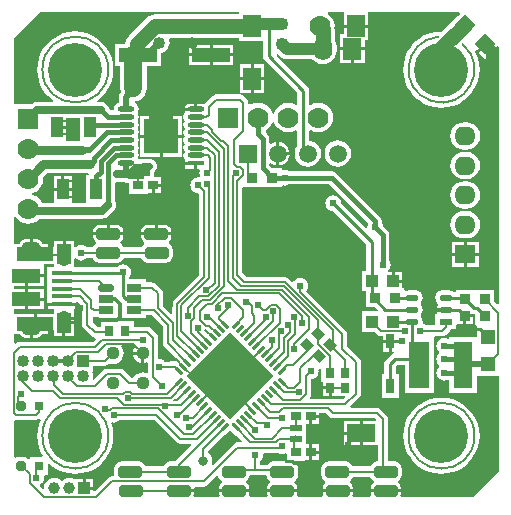
<source format=gtl>
G04 Layer_Physical_Order=1*
G04 Layer_Color=255*
%FSLAX25Y25*%
%MOIN*%
G70*
G01*
G75*
%ADD10C,0.00600*%
%ADD11R,0.06693X0.15748*%
%ADD12R,0.06299X0.15748*%
%ADD13R,0.03000X0.05000*%
%ADD14R,0.03500X0.03500*%
%ADD15R,0.03150X0.03347*%
G04:AMPARAMS|DCode=16|XSize=35.43mil|YSize=29.53mil|CornerRadius=0mil|HoleSize=0mil|Usage=FLASHONLY|Rotation=135.000|XOffset=0mil|YOffset=0mil|HoleType=Round|Shape=Rectangle|*
%AMROTATEDRECTD16*
4,1,4,0.02297,-0.00209,0.00209,-0.02297,-0.02297,0.00209,-0.00209,0.02297,0.02297,-0.00209,0.0*
%
%ADD16ROTATEDRECTD16*%

%ADD17R,0.09449X0.05906*%
%ADD18R,0.04331X0.02362*%
%ADD19R,0.03937X0.06693*%
%ADD20R,0.06000X0.07500*%
G04:AMPARAMS|DCode=21|XSize=78.74mil|YSize=39.37mil|CornerRadius=9.84mil|HoleSize=0mil|Usage=FLASHONLY|Rotation=180.000|XOffset=0mil|YOffset=0mil|HoleType=Round|Shape=RoundedRectangle|*
%AMROUNDEDRECTD21*
21,1,0.07874,0.01969,0,0,180.0*
21,1,0.05906,0.03937,0,0,180.0*
1,1,0.01969,-0.02953,0.00984*
1,1,0.01969,0.02953,0.00984*
1,1,0.01969,0.02953,-0.00984*
1,1,0.01969,-0.02953,-0.00984*
%
%ADD21ROUNDEDRECTD21*%
%ADD22R,0.12500X0.04500*%
%ADD23R,0.04724X0.07087*%
%ADD24R,0.12205X0.04724*%
%ADD25R,0.09449X0.04724*%
%ADD26R,0.06890X0.01575*%
G04:AMPARAMS|DCode=27|XSize=9.84mil|YSize=33.47mil|CornerRadius=2.46mil|HoleSize=0mil|Usage=FLASHONLY|Rotation=225.000|XOffset=0mil|YOffset=0mil|HoleType=Round|Shape=RoundedRectangle|*
%AMROUNDEDRECTD27*
21,1,0.00984,0.02854,0,0,225.0*
21,1,0.00492,0.03347,0,0,225.0*
1,1,0.00492,-0.01183,0.00835*
1,1,0.00492,-0.00835,0.01183*
1,1,0.00492,0.01183,-0.00835*
1,1,0.00492,0.00835,-0.01183*
%
%ADD27ROUNDEDRECTD27*%
G04:AMPARAMS|DCode=28|XSize=9.84mil|YSize=35.43mil|CornerRadius=0mil|HoleSize=0mil|Usage=FLASHONLY|Rotation=225.000|XOffset=0mil|YOffset=0mil|HoleType=Round|Shape=Round|*
%AMOVALD28*
21,1,0.02559,0.00984,0.00000,0.00000,315.0*
1,1,0.00984,-0.00905,0.00905*
1,1,0.00984,0.00905,-0.00905*
%
%ADD28OVALD28*%

G04:AMPARAMS|DCode=29|XSize=9.84mil|YSize=33.47mil|CornerRadius=0mil|HoleSize=0mil|Usage=FLASHONLY|Rotation=225.000|XOffset=0mil|YOffset=0mil|HoleType=Round|Shape=Round|*
%AMOVALD29*
21,1,0.02362,0.00984,0.00000,0.00000,315.0*
1,1,0.00984,-0.00835,0.00835*
1,1,0.00984,0.00835,-0.00835*
%
%ADD29OVALD29*%

G04:AMPARAMS|DCode=30|XSize=9.84mil|YSize=33.47mil|CornerRadius=0mil|HoleSize=0mil|Usage=FLASHONLY|Rotation=135.000|XOffset=0mil|YOffset=0mil|HoleType=Round|Shape=Round|*
%AMOVALD30*
21,1,0.02362,0.00984,0.00000,0.00000,225.0*
1,1,0.00984,0.00835,0.00835*
1,1,0.00984,-0.00835,-0.00835*
%
%ADD30OVALD30*%

G04:AMPARAMS|DCode=31|XSize=9.84mil|YSize=35.43mil|CornerRadius=0mil|HoleSize=0mil|Usage=FLASHONLY|Rotation=135.000|XOffset=0mil|YOffset=0mil|HoleType=Round|Shape=Round|*
%AMOVALD31*
21,1,0.02559,0.00984,0.00000,0.00000,225.0*
1,1,0.00984,0.00905,0.00905*
1,1,0.00984,-0.00905,-0.00905*
%
%ADD31OVALD31*%

%ADD32P,0.28674X4X180.0*%
%ADD33R,0.05118X0.02756*%
G04:AMPARAMS|DCode=34|XSize=27.56mil|YSize=51.18mil|CornerRadius=6.89mil|HoleSize=0mil|Usage=FLASHONLY|Rotation=90.000|XOffset=0mil|YOffset=0mil|HoleType=Round|Shape=RoundedRectangle|*
%AMROUNDEDRECTD34*
21,1,0.02756,0.03740,0,0,90.0*
21,1,0.01378,0.05118,0,0,90.0*
1,1,0.01378,0.01870,0.00689*
1,1,0.01378,0.01870,-0.00689*
1,1,0.01378,-0.01870,-0.00689*
1,1,0.01378,-0.01870,0.00689*
%
%ADD34ROUNDEDRECTD34*%
%ADD35R,0.03150X0.03150*%
G04:AMPARAMS|DCode=36|XSize=31.5mil|YSize=31.5mil|CornerRadius=7.87mil|HoleSize=0mil|Usage=FLASHONLY|Rotation=90.000|XOffset=0mil|YOffset=0mil|HoleType=Round|Shape=RoundedRectangle|*
%AMROUNDEDRECTD36*
21,1,0.03150,0.01575,0,0,90.0*
21,1,0.01575,0.03150,0,0,90.0*
1,1,0.01575,0.00787,0.00787*
1,1,0.01575,0.00787,-0.00787*
1,1,0.01575,-0.00787,-0.00787*
1,1,0.01575,-0.00787,0.00787*
%
%ADD36ROUNDEDRECTD36*%
%ADD37R,0.03347X0.03150*%
%ADD38R,0.05512X0.01772*%
%ADD39O,0.05512X0.01772*%
%ADD40R,0.11811X0.11811*%
%ADD41P,0.07071X4X180.0*%
%ADD42O,0.04331X0.02000*%
%ADD43R,0.04331X0.02000*%
%ADD44R,0.05000X0.05000*%
%ADD45R,0.04000X0.04000*%
%ADD46R,0.02953X0.03543*%
%ADD47R,0.03500X0.03500*%
%ADD48C,0.00700*%
%ADD49C,0.01000*%
%ADD50C,0.01500*%
%ADD51C,0.04000*%
%ADD52C,0.00800*%
%ADD53C,0.02000*%
%ADD54C,0.01600*%
%ADD55C,0.03000*%
%ADD56C,0.02500*%
%ADD57C,0.06000*%
%ADD58C,0.05000*%
%ADD59C,0.08000*%
%ADD60C,0.01200*%
%ADD61C,0.05906*%
%ADD62R,0.05906X0.05906*%
%ADD63O,0.07087X0.06299*%
%ADD64R,0.07087X0.06299*%
%ADD65C,0.04400*%
%ADD66C,0.18000*%
%ADD67O,0.06102X0.03543*%
%ADD68O,0.03740X0.04921*%
%ADD69R,0.07000X0.07000*%
%ADD70C,0.07000*%
%ADD71R,0.07000X0.07000*%
%ADD72R,0.03937X0.03937*%
%ADD73C,0.03937*%
%ADD74R,0.04000X0.04000*%
%ADD75C,0.04000*%
%ADD76O,0.06299X0.07500*%
%ADD77R,0.06299X0.07500*%
%ADD78C,0.07000*%
%ADD79R,0.06000X0.07500*%
%ADD80C,0.02400*%
%ADD81C,0.03200*%
G36*
X54600Y140434D02*
X26500D01*
X25482Y140300D01*
X24533Y139907D01*
X23719Y139281D01*
X17819Y133381D01*
X17193Y132567D01*
X16800Y131618D01*
X16673Y130650D01*
X13250D01*
Y123350D01*
X14962D01*
Y115800D01*
X15113Y114651D01*
X15177Y114498D01*
X14725Y113822D01*
X14539Y112886D01*
Y110973D01*
X14224Y110910D01*
X13468Y110405D01*
X12963Y109649D01*
X12785Y108757D01*
X12526Y108441D01*
X11731D01*
X11097Y109075D01*
X11082Y109192D01*
X10815Y109836D01*
X10390Y110390D01*
X9836Y110815D01*
X9192Y111082D01*
X8500Y111173D01*
X7438D01*
X7302Y111654D01*
X7474Y111760D01*
X8992Y113056D01*
X10288Y114573D01*
X11330Y116274D01*
X12094Y118118D01*
X12560Y120058D01*
X12717Y122047D01*
X12560Y124037D01*
X12094Y125977D01*
X11330Y127821D01*
X10288Y129522D01*
X8992Y131039D01*
X7474Y132335D01*
X5773Y133378D01*
X3930Y134142D01*
X1989Y134607D01*
X0Y134764D01*
X-1989Y134607D01*
X-3930Y134142D01*
X-5773Y133378D01*
X-7474Y132335D01*
X-8992Y131039D01*
X-10288Y129522D01*
X-11330Y127821D01*
X-12094Y125977D01*
X-12560Y124037D01*
X-12717Y122047D01*
X-12560Y120058D01*
X-12094Y118118D01*
X-11330Y116274D01*
X-10288Y114573D01*
X-8992Y113056D01*
X-7474Y111760D01*
X-7302Y111654D01*
X-7438Y111173D01*
X-12800D01*
X-13492Y111082D01*
X-14136Y110815D01*
X-14547Y110500D01*
X-20307D01*
Y132654D01*
X-11787Y141173D01*
X54600D01*
Y140434D01*
D02*
G37*
G36*
X20195Y29840D02*
X20206Y29767D01*
X19705Y29114D01*
X19382Y28335D01*
X19338Y28000D01*
X22500D01*
Y27500D01*
X23000D01*
Y24338D01*
X23335Y24382D01*
X23767Y24561D01*
X23979Y24481D01*
X24235Y24214D01*
X24167Y23870D01*
Y21156D01*
X23751Y20878D01*
X23440Y21007D01*
X22500Y21131D01*
X21560Y21007D01*
X20685Y20645D01*
X19932Y20067D01*
X19355Y19316D01*
X19321Y19233D01*
X18718D01*
X16126Y21826D01*
X15563Y22201D01*
X14900Y22333D01*
X10600D01*
X10600Y22333D01*
X9937Y22201D01*
X9374Y21826D01*
X6136Y18587D01*
X5712Y18871D01*
X5812Y19112D01*
X5929Y20000D01*
X5812Y20888D01*
X5664Y21246D01*
X5900Y21600D01*
X5900D01*
Y23267D01*
X10000D01*
X10663Y23399D01*
X11225Y23774D01*
X11478Y24027D01*
X11560Y23993D01*
X12500Y23869D01*
X13440Y23993D01*
X14315Y24355D01*
X15067Y24933D01*
X15645Y25684D01*
X16007Y26560D01*
X16131Y27500D01*
X16007Y28440D01*
X15645Y29316D01*
X15298Y29767D01*
X15545Y30267D01*
X20028D01*
X20195Y29840D01*
D02*
G37*
G36*
X54600Y131450D02*
X62563D01*
Y126500D01*
X62710Y125759D01*
X63130Y125130D01*
X74063Y114198D01*
Y110391D01*
X73614Y110170D01*
X73471Y110280D01*
X72279Y110774D01*
X71000Y110942D01*
X69721Y110774D01*
X68529Y110280D01*
X67505Y109495D01*
X66720Y108471D01*
X66260Y107361D01*
X66000Y107317D01*
X65740Y107361D01*
X65280Y108471D01*
X64495Y109495D01*
X63471Y110280D01*
X62279Y110774D01*
X61000Y110942D01*
X59721Y110774D01*
X59060Y110500D01*
X57733D01*
Y111000D01*
X57601Y111663D01*
X57226Y112226D01*
X56226Y113226D01*
X55663Y113601D01*
X55000Y113733D01*
X47000D01*
X46337Y113601D01*
X45774Y113226D01*
X43274Y110726D01*
X43196Y110608D01*
X42820Y110533D01*
X42084Y110680D01*
X40714D01*
Y108757D01*
X40214D01*
Y108529D01*
X38344D01*
X37452Y108351D01*
X37311Y108257D01*
X36521D01*
X36568Y108021D01*
X36691Y107837D01*
X36191Y107090D01*
X36013Y106198D01*
X36191Y105306D01*
X36450Y104918D01*
X36191Y104531D01*
X36013Y103639D01*
X36191Y102747D01*
X36450Y102359D01*
X36191Y101971D01*
X36013Y101080D01*
X36191Y100188D01*
X36450Y99800D01*
X36191Y99413D01*
X36013Y98521D01*
X36191Y97629D01*
X36450Y97241D01*
X36191Y96854D01*
X36013Y95962D01*
X36191Y95070D01*
X36450Y94682D01*
X36191Y94294D01*
X36013Y93402D01*
X36191Y92510D01*
X36458Y92110D01*
Y91343D01*
X37311D01*
X37452Y91249D01*
X38344Y91072D01*
X40214D01*
Y90843D01*
X40714D01*
Y88958D01*
X41248D01*
X41582Y88458D01*
X41467Y88179D01*
X41378Y87500D01*
X41467Y86821D01*
X41579Y86550D01*
X41228Y86093D01*
X41000Y86122D01*
X40321Y86033D01*
X39689Y85771D01*
X39146Y85354D01*
X38729Y84811D01*
X38467Y84179D01*
X38378Y83500D01*
X38467Y82821D01*
X38729Y82189D01*
X39146Y81646D01*
X39689Y81229D01*
X40321Y80967D01*
X41000Y80878D01*
X41267Y80431D01*
Y53718D01*
X32774Y45226D01*
X32399Y44663D01*
X32267Y44000D01*
Y40890D01*
X31805Y40699D01*
X29233Y43270D01*
Y47500D01*
X29174Y47797D01*
X29101Y48163D01*
X29101Y48163D01*
X29101Y48163D01*
X28875Y48503D01*
X28726Y48726D01*
X28726Y48726D01*
X28726Y48726D01*
X26886Y50566D01*
X26886Y50566D01*
X26886Y50566D01*
X26570Y50776D01*
X26323Y50941D01*
X26323Y50941D01*
X26323Y50942D01*
X26031Y51000D01*
X25660Y51073D01*
X25660Y51073D01*
X25660Y51073D01*
X23583D01*
Y52118D01*
X17903D01*
Y52709D01*
X18271Y53189D01*
X18533Y53821D01*
X18622Y54500D01*
X18533Y55179D01*
X18271Y55811D01*
X17854Y56354D01*
X17311Y56771D01*
X16679Y57033D01*
X16000Y57122D01*
X15321Y57033D01*
X14689Y56771D01*
X14146Y56354D01*
X13916Y56055D01*
X345D01*
Y56306D01*
X-325D01*
Y58938D01*
X44Y59101D01*
X175Y59123D01*
X689Y58729D01*
X1321Y58467D01*
X2000Y58378D01*
X2679Y58467D01*
X3311Y58729D01*
X3854Y59146D01*
X3908Y59216D01*
X5775D01*
X5801Y59086D01*
X6328Y58297D01*
X7117Y57770D01*
X8047Y57585D01*
X13953D01*
X14883Y57770D01*
X15672Y58297D01*
X16199Y59086D01*
X16225Y59216D01*
X21917D01*
X21943Y59086D01*
X22470Y58297D01*
X23259Y57770D01*
X24189Y57585D01*
X30095D01*
X31025Y57770D01*
X31813Y58297D01*
X32340Y59086D01*
X32526Y60016D01*
Y61984D01*
X32340Y62915D01*
X31813Y63703D01*
X31165Y64137D01*
X31103Y64590D01*
X31130Y64715D01*
X31383Y64884D01*
X31822Y65541D01*
X31976Y66315D01*
Y66799D01*
X22024D01*
Y66315D01*
X22178Y65541D01*
X22617Y64884D01*
X22977Y64643D01*
Y64042D01*
X22470Y63703D01*
X21943Y62915D01*
X21917Y62784D01*
X16225D01*
X16199Y62915D01*
X15672Y63703D01*
X15094Y64090D01*
X15057Y64663D01*
X15059Y64668D01*
X15383Y64884D01*
X15822Y65541D01*
X15976Y66315D01*
Y66799D01*
X6024D01*
Y66315D01*
X6178Y65541D01*
X6617Y64884D01*
X6941Y64668D01*
X6943Y64663D01*
X6906Y64090D01*
X6328Y63703D01*
X5801Y62915D01*
X5775Y62784D01*
X3908D01*
X3854Y62854D01*
X3311Y63271D01*
X2679Y63533D01*
X2000Y63622D01*
X1321Y63533D01*
X689Y63271D01*
X175Y62877D01*
X44Y62899D01*
X-325Y63062D01*
Y64986D01*
X-3187D01*
Y60443D01*
X-4187D01*
Y64986D01*
X-7050D01*
Y63862D01*
X-7256D01*
Y62780D01*
X-9224D01*
Y63862D01*
X-10905D01*
X-11036Y64177D01*
X-11480Y64756D01*
X-12059Y65201D01*
X-12733Y65480D01*
X-13457Y65575D01*
X-14236D01*
Y62780D01*
X-15236D01*
Y65575D01*
X-16016D01*
X-16739Y65480D01*
X-17413Y65201D01*
X-17992Y64756D01*
X-18437Y64177D01*
X-18567Y63862D01*
X-20307D01*
Y72733D01*
X-19807Y72903D01*
X-19195Y72105D01*
X-18171Y71320D01*
X-16979Y70826D01*
X-15700Y70658D01*
X-14421Y70826D01*
X-13229Y71320D01*
X-12205Y72105D01*
X-12035Y72327D01*
X9000D01*
X9692Y72418D01*
X10336Y72685D01*
X10890Y73110D01*
X12890Y75110D01*
X13315Y75664D01*
X13582Y76308D01*
X13673Y77000D01*
X13582Y77692D01*
X13315Y78336D01*
X13192Y78496D01*
Y84216D01*
X13692Y84654D01*
X13900Y84627D01*
X16586D01*
X16954Y84381D01*
X17500Y84273D01*
X17966D01*
Y80525D01*
X24113D01*
Y80925D01*
X25461D01*
Y83500D01*
X25961D01*
Y84000D01*
X28634D01*
Y86075D01*
X26637D01*
X26484Y86203D01*
X26310Y86575D01*
X26326Y86606D01*
X26330Y86674D01*
X26354Y86738D01*
X26348Y86950D01*
X26362Y87161D01*
X26317Y87500D01*
X26358Y87806D01*
X26476Y88091D01*
X26664Y88336D01*
X26678Y88347D01*
X26715Y88390D01*
X26764Y88419D01*
X26898Y88598D01*
X27045Y88766D01*
X27063Y88820D01*
X27097Y88866D01*
X27152Y89082D01*
X27224Y89293D01*
X27220Y89350D01*
X27234Y89405D01*
X27264Y89987D01*
X27259Y90025D01*
X27266Y90061D01*
X27219Y90299D01*
X27184Y90539D01*
X27165Y90571D01*
X27158Y90608D01*
X27023Y90809D01*
X26899Y91017D01*
X26869Y91040D01*
X26848Y91071D01*
X26009Y91909D01*
X25546Y92219D01*
X25000Y92327D01*
X25000Y92327D01*
X24900D01*
X24848Y92317D01*
X24795Y92324D01*
X21313Y92066D01*
X21018Y92497D01*
X21016Y92545D01*
X21187Y93402D01*
X21009Y94294D01*
X20750Y94682D01*
X21009Y95070D01*
X21187Y95962D01*
X21009Y96854D01*
X20750Y97241D01*
X21009Y97629D01*
X21187Y98521D01*
X21009Y99413D01*
X20750Y99800D01*
X21009Y100188D01*
X21187Y101080D01*
X21009Y101971D01*
X20750Y102359D01*
X21009Y102747D01*
X21187Y103639D01*
X21009Y104531D01*
X20750Y104918D01*
X21009Y105306D01*
X21187Y106198D01*
X21009Y107090D01*
X20750Y107477D01*
X21009Y107865D01*
X21187Y108757D01*
X21009Y109649D01*
X20504Y110405D01*
X19756Y110905D01*
X19750Y110938D01*
X19784Y111413D01*
X20549Y111513D01*
X21619Y111957D01*
X22538Y112662D01*
X23243Y113581D01*
X23687Y114651D01*
X23838Y115800D01*
Y123350D01*
X28550D01*
Y127643D01*
X28888Y127688D01*
X29715Y128030D01*
X30425Y128575D01*
X30970Y129285D01*
X31313Y130112D01*
X31429Y131000D01*
X31313Y131888D01*
X31203Y132151D01*
X31481Y132566D01*
X54600D01*
Y131450D01*
D02*
G37*
G36*
X-11504Y5353D02*
X-12094Y3930D01*
X-12560Y1989D01*
X-12717Y0D01*
X-12560Y-1989D01*
X-12094Y-3930D01*
X-11330Y-5773D01*
X-10830Y-6589D01*
X-11075Y-7025D01*
X-15069D01*
Y-7583D01*
X-15569Y-7735D01*
X-15636Y-7636D01*
X-16359Y-7152D01*
X-17213Y-6982D01*
X-18787D01*
X-19641Y-7152D01*
X-19866Y-7302D01*
X-20307Y-7067D01*
Y4965D01*
X-19920Y5282D01*
X-19844Y5267D01*
X-13000D01*
X-12337Y5399D01*
X-11908Y5685D01*
X-11504Y5353D01*
D02*
G37*
G36*
X82025Y22096D02*
Y17887D01*
X82425D01*
Y16539D01*
X85000D01*
Y16039D01*
X85500D01*
Y13366D01*
X89762D01*
X89953Y12904D01*
X89282Y12233D01*
X78338D01*
X78147Y12695D01*
X78226Y12774D01*
X78601Y13337D01*
X78733Y14000D01*
Y18908D01*
X79179Y18967D01*
X79811Y19229D01*
X80354Y19646D01*
X80771Y20189D01*
X81033Y20821D01*
X81122Y21500D01*
X81063Y21955D01*
X81330Y22344D01*
X81536Y22412D01*
X82025Y22096D01*
D02*
G37*
G36*
X1443Y98125D02*
X-2879D01*
X-3243Y98454D01*
Y102300D01*
X-6212D01*
Y103300D01*
X-3243D01*
Y105827D01*
X1443D01*
Y98125D01*
D02*
G37*
G36*
X-7050Y56306D02*
X-9345D01*
Y51931D01*
Y49372D01*
Y46813D01*
Y44254D01*
X-8945D01*
Y44253D01*
X-55D01*
Y44254D01*
X345D01*
Y44596D01*
X845Y44632D01*
X2216Y43261D01*
Y37000D01*
X2352Y36317D01*
X2738Y35738D01*
X5238Y33238D01*
X5238Y33238D01*
X5817Y32851D01*
X6500Y32716D01*
X6500Y32716D01*
X6611D01*
X6803Y32254D01*
X5782Y31233D01*
X-18500D01*
X-19163Y31101D01*
X-19726Y30726D01*
X-19845Y30606D01*
X-20307Y30798D01*
Y33838D01*
X-18443D01*
X-18437Y33823D01*
X-17992Y33244D01*
X-17413Y32799D01*
X-16739Y32520D01*
X-16016Y32425D01*
X-15236D01*
Y35220D01*
X-14236D01*
Y32425D01*
X-13457D01*
X-12733Y32520D01*
X-12059Y32799D01*
X-11480Y33244D01*
X-11036Y33823D01*
X-11029Y33838D01*
X-9224D01*
Y35221D01*
X-7256D01*
Y33838D01*
X-7162D01*
Y33057D01*
X-4300D01*
Y37600D01*
X-3800D01*
Y38100D01*
X-438D01*
Y38657D01*
X-3713D01*
Y39657D01*
X-438D01*
Y42094D01*
X-55D01*
Y43382D01*
X-8945D01*
Y42094D01*
X-7162D01*
Y40562D01*
X-12900D01*
Y37200D01*
X-13900D01*
Y40562D01*
X-20307D01*
Y42095D01*
X-16811D01*
Y45457D01*
Y48819D01*
X-20307D01*
Y49969D01*
X-16811D01*
Y53331D01*
X-16311D01*
Y53831D01*
X-10587D01*
Y56693D01*
X-10587Y56693D01*
X-10587D01*
X-10587Y56693D01*
X-10453Y57138D01*
X-7050D01*
Y56306D01*
D02*
G37*
G36*
X4492Y87096D02*
X4354Y86847D01*
X3543D01*
Y77673D01*
X-677D01*
X-1143Y77754D01*
X-1143Y78173D01*
Y81600D01*
X-7080D01*
Y78173D01*
X-7080Y77754D01*
X-7547Y77673D01*
X-11255D01*
X-11420Y78071D01*
X-12205Y79095D01*
X-13229Y79880D01*
X-14339Y80340D01*
X-14383Y80600D01*
X-14339Y80860D01*
X-13229Y81320D01*
X-12205Y82105D01*
X-11420Y83129D01*
X-10926Y84321D01*
X-10758Y85600D01*
X-10828Y86135D01*
X-9388Y87575D01*
X4186D01*
X4492Y87096D01*
D02*
G37*
G36*
X97688Y70712D02*
X97467Y70179D01*
X97386Y69561D01*
X97211Y69447D01*
X96894Y69346D01*
X88605Y77635D01*
X88533Y78179D01*
X88271Y78811D01*
X87854Y79354D01*
X87311Y79771D01*
X86679Y80033D01*
X86000Y80122D01*
X85321Y80033D01*
X84689Y79771D01*
X84146Y79354D01*
X83729Y78811D01*
X83467Y78179D01*
X83378Y77500D01*
X83467Y76821D01*
X83729Y76189D01*
X84146Y75646D01*
X84689Y75229D01*
X85321Y74967D01*
X85865Y74895D01*
X97063Y63698D01*
Y54900D01*
X95600D01*
Y48100D01*
X96750D01*
Y42850D01*
X99810D01*
X100798Y41862D01*
X100607Y41400D01*
X95600D01*
Y34600D01*
X99805D01*
X100702Y33702D01*
X101298Y33304D01*
X102000Y33165D01*
X102500D01*
Y32000D01*
X105000D01*
Y31500D01*
X105500D01*
Y28000D01*
X106180D01*
X106229Y27500D01*
X105904Y27435D01*
X105276Y27016D01*
X103630Y25370D01*
X103210Y24741D01*
X103063Y24000D01*
Y20400D01*
X102100D01*
Y12600D01*
X107900D01*
Y20400D01*
X106937D01*
Y23198D01*
X107448Y23708D01*
X109923D01*
Y14372D01*
X119416D01*
Y32920D01*
X119856Y33065D01*
X122200D01*
X122902Y33204D01*
X123498Y33602D01*
X124798Y34902D01*
X125196Y35498D01*
X125216Y35600D01*
X127065D01*
Y36785D01*
X127150Y37250D01*
X129400D01*
Y40000D01*
X129900D01*
Y40500D01*
X132824D01*
X132900Y40563D01*
X133198D01*
X133350Y40410D01*
Y36850D01*
X133645D01*
X134000Y36500D01*
Y33331D01*
X133786Y32920D01*
X124687D01*
Y32613D01*
X124547Y32486D01*
X124187Y32323D01*
X123679Y32533D01*
X123000Y32622D01*
X122321Y32533D01*
X121689Y32271D01*
X121146Y31854D01*
X120729Y31311D01*
X120467Y30679D01*
X120378Y30000D01*
X120467Y29321D01*
X120729Y28689D01*
X121146Y28146D01*
X121335Y28000D01*
Y27500D01*
X121146Y27354D01*
X120729Y26811D01*
X120467Y26179D01*
X120378Y25500D01*
X120467Y24821D01*
X120729Y24189D01*
X121146Y23646D01*
X121335Y23500D01*
Y23000D01*
X121146Y22854D01*
X120729Y22311D01*
X120467Y21679D01*
X120378Y21000D01*
X120467Y20321D01*
X120729Y19689D01*
X121146Y19146D01*
X121689Y18729D01*
X122321Y18467D01*
X123000Y18378D01*
X123679Y18467D01*
X124187Y18677D01*
X124547Y18514D01*
X124687Y18387D01*
Y14372D01*
X133786D01*
Y19900D01*
X141173D01*
Y-11687D01*
X132554Y-20307D01*
X108711D01*
X108372Y-19807D01*
X108476Y-19283D01*
Y-18799D01*
X98524D01*
Y-19283D01*
X98628Y-19807D01*
X98289Y-20307D01*
X92711D01*
X92372Y-19807D01*
X92476Y-19283D01*
Y-18799D01*
X82524D01*
Y-19283D01*
X82628Y-19807D01*
X82289Y-20307D01*
X74211D01*
X73872Y-19807D01*
X73976Y-19283D01*
Y-18799D01*
X64024D01*
Y-19283D01*
X64128Y-19807D01*
X63789Y-20307D01*
X58211D01*
X57872Y-19807D01*
X57976Y-19283D01*
Y-18799D01*
X48024D01*
Y-19283D01*
X48128Y-19807D01*
X47789Y-20307D01*
X39711D01*
X39372Y-19807D01*
X39476Y-19283D01*
Y-18799D01*
X34500D01*
Y-17799D01*
X39476D01*
Y-17315D01*
X39753Y-16977D01*
X42756D01*
X43419Y-16845D01*
X43982Y-16470D01*
X47048Y-13403D01*
X47591Y-13568D01*
X47660Y-13915D01*
X48187Y-14703D01*
X48836Y-15137D01*
X48897Y-15590D01*
X48870Y-15715D01*
X48617Y-15884D01*
X48178Y-16541D01*
X48024Y-17315D01*
Y-17799D01*
X57976D01*
Y-17315D01*
X57822Y-16541D01*
X57383Y-15884D01*
X57023Y-15643D01*
Y-15042D01*
X57530Y-14703D01*
X58057Y-13915D01*
X58193Y-13233D01*
X63666D01*
X63801Y-13915D01*
X64328Y-14703D01*
X64906Y-15089D01*
X64943Y-15663D01*
X64941Y-15668D01*
X64617Y-15884D01*
X64178Y-16541D01*
X64024Y-17315D01*
Y-17799D01*
X73976D01*
Y-17315D01*
X73822Y-16541D01*
X73383Y-15884D01*
X73059Y-15668D01*
X73057Y-15663D01*
X73094Y-15089D01*
X73672Y-14703D01*
X74199Y-13915D01*
X74384Y-12984D01*
Y-11016D01*
X74199Y-10086D01*
X73672Y-9297D01*
X73190Y-8975D01*
X73342Y-8475D01*
X76613D01*
Y-8075D01*
X77961D01*
Y-5500D01*
Y-2925D01*
X77065D01*
Y-38D01*
Y3925D01*
X77961D01*
Y6500D01*
X78461D01*
Y7000D01*
X81134D01*
Y7567D01*
X83482D01*
X84774Y6274D01*
X85337Y5899D01*
X86000Y5767D01*
X99782D01*
X100324Y5224D01*
X100117Y4724D01*
X95850D01*
Y772D01*
Y-3181D01*
X100767D01*
Y-8585D01*
X100547D01*
X99617Y-8770D01*
X98828Y-9297D01*
X98301Y-10086D01*
X98265Y-10267D01*
X92593D01*
X92557Y-10086D01*
X92030Y-9297D01*
X91241Y-8770D01*
X90311Y-8585D01*
X84406D01*
X83475Y-8770D01*
X82687Y-9297D01*
X82160Y-10086D01*
X81975Y-11016D01*
Y-12984D01*
X82160Y-13915D01*
X82687Y-14703D01*
X83336Y-15137D01*
X83397Y-15590D01*
X83370Y-15715D01*
X83117Y-15884D01*
X82678Y-16541D01*
X82524Y-17315D01*
Y-17799D01*
X92476D01*
Y-17315D01*
X92322Y-16541D01*
X91883Y-15884D01*
X91523Y-15643D01*
Y-15042D01*
X92030Y-14703D01*
X92557Y-13915D01*
X92593Y-13733D01*
X98265D01*
X98301Y-13915D01*
X98828Y-14703D01*
X99406Y-15089D01*
X99443Y-15663D01*
X99441Y-15668D01*
X99117Y-15884D01*
X98678Y-16541D01*
X98524Y-17315D01*
Y-17799D01*
X108476D01*
Y-17315D01*
X108322Y-16541D01*
X107883Y-15884D01*
X107559Y-15668D01*
X107557Y-15663D01*
X107594Y-15089D01*
X108172Y-14703D01*
X108699Y-13915D01*
X108884Y-12984D01*
Y-11016D01*
X108699Y-10086D01*
X108172Y-9297D01*
X107383Y-8770D01*
X106453Y-8585D01*
X104233D01*
Y5500D01*
X104101Y6163D01*
X103726Y6726D01*
X101726Y8726D01*
X101163Y9101D01*
X100500Y9233D01*
X91892D01*
X91685Y9733D01*
X94726Y12774D01*
X95101Y13337D01*
X95233Y14000D01*
Y24500D01*
X95101Y25163D01*
X94726Y25726D01*
X90733Y29718D01*
Y33758D01*
X90601Y34421D01*
X90226Y34984D01*
X76945Y48264D01*
X77271Y48689D01*
X77533Y49321D01*
X77622Y50000D01*
X77533Y50679D01*
X77271Y51311D01*
X76854Y51854D01*
X76311Y52271D01*
X75679Y52533D01*
X75000Y52622D01*
X74321Y52533D01*
X73689Y52271D01*
X73146Y51854D01*
X72807Y51413D01*
X72240Y51272D01*
X71187Y52326D01*
X70624Y52701D01*
X69961Y52833D01*
X57118D01*
X55733Y54218D01*
Y82398D01*
X55850Y82850D01*
X62150D01*
X62150Y82850D01*
X62450D01*
Y82850D01*
X62650Y82850D01*
X68750D01*
Y83254D01*
X69166Y83531D01*
X69321Y83467D01*
X70000Y83378D01*
X70679Y83467D01*
X71311Y83729D01*
X71414Y83808D01*
X84592D01*
X97688Y70712D01*
D02*
G37*
G36*
X14595Y45165D02*
X15530Y44230D01*
X15665Y44140D01*
Y39082D01*
X23583D01*
Y40126D01*
X25422D01*
X29267Y36282D01*
Y30768D01*
X29399Y30105D01*
X29774Y29543D01*
X33779Y25538D01*
X33754Y24892D01*
X33598Y24756D01*
X33201Y24835D01*
X29869D01*
X29854Y24854D01*
X29311Y25271D01*
X28679Y25533D01*
X28000Y25622D01*
X27733Y25856D01*
Y32500D01*
X27601Y33163D01*
X27226Y33726D01*
X25226Y35726D01*
X24663Y36101D01*
X24000Y36233D01*
X19534D01*
Y38171D01*
X8466D01*
Y36284D01*
X7239D01*
X5784Y37739D01*
Y38918D01*
X6216Y39082D01*
X6217Y39082D01*
Y39082D01*
X6217Y39082D01*
X14135D01*
Y44638D01*
X13735D01*
Y45622D01*
X13812Y45652D01*
X14235Y45705D01*
X14595Y45165D01*
D02*
G37*
G36*
X25839Y90061D02*
X25809Y89479D01*
X25646Y89354D01*
X25229Y88811D01*
X24967Y88179D01*
X24878Y87500D01*
X24947Y86975D01*
X24633Y86475D01*
X22887D01*
Y85700D01*
X17500D01*
Y88500D01*
X19500Y90500D01*
X24900Y90900D01*
X25000D01*
X25839Y90061D01*
D02*
G37*
G36*
X53114Y365D02*
X53658Y1D01*
X53770Y-21D01*
X55554Y-1805D01*
X55363Y-2267D01*
X54000D01*
X53337Y-2399D01*
X52774Y-2774D01*
X45862Y-9687D01*
X45438Y-9403D01*
X45534Y-9172D01*
X45637Y-8389D01*
X45534Y-7605D01*
X45232Y-6876D01*
X44751Y-6249D01*
X44345Y-5937D01*
Y-5218D01*
X49663Y100D01*
X49750Y118D01*
X50376Y536D01*
X51659Y1820D01*
X53114Y365D01*
D02*
G37*
G36*
X128185Y140711D02*
X127418Y139944D01*
X127213Y139787D01*
X121901Y134475D01*
X121709Y134603D01*
X121367Y134671D01*
X121046Y134735D01*
X120890Y134704D01*
X120393Y134657D01*
X120054Y134630D01*
X118111Y134163D01*
X116264Y133398D01*
X114559Y132354D01*
X113039Y131055D01*
X111741Y129535D01*
X110697Y127831D01*
X109932Y125984D01*
X109465Y124040D01*
X109308Y122047D01*
X109465Y120054D01*
X109932Y118111D01*
X110697Y116264D01*
X111741Y114559D01*
X113039Y113039D01*
X114559Y111741D01*
X116264Y110697D01*
X118111Y109932D01*
X120054Y109465D01*
X122047Y109308D01*
X124040Y109465D01*
X125984Y109932D01*
X127831Y110697D01*
X129535Y111741D01*
X131055Y113039D01*
X132354Y114559D01*
X133398Y116264D01*
X134163Y118111D01*
X134630Y120054D01*
X134787Y122047D01*
X134630Y124040D01*
X134163Y125984D01*
X133398Y127831D01*
X133218Y128126D01*
X133613Y128437D01*
X133672Y128379D01*
X136146Y130853D01*
X136500Y130500D01*
X136854Y130853D01*
X139328Y128379D01*
X140711Y129762D01*
X141173Y129570D01*
Y43931D01*
X140711Y43740D01*
X139650Y44801D01*
Y48650D01*
X133350D01*
X133350Y48650D01*
X133050D01*
Y48650D01*
X132850Y48650D01*
X126750D01*
Y47937D01*
X126086D01*
X125602Y48261D01*
X124665Y48447D01*
X122335D01*
X121398Y48261D01*
X120604Y47730D01*
X120074Y46936D01*
X119888Y46000D01*
X120074Y45064D01*
X120604Y44270D01*
X120994Y44010D01*
Y43510D01*
X120893Y43442D01*
X120451Y42780D01*
X120395Y42500D01*
X123500D01*
Y41500D01*
X120395D01*
X120451Y41220D01*
X120664Y40900D01*
X120397Y40400D01*
X119935D01*
Y36735D01*
X116769D01*
X116754Y36754D01*
X116211Y37171D01*
X115771Y37353D01*
X115900Y38000D01*
X115714Y38936D01*
X115212Y39687D01*
X115154Y39849D01*
Y40151D01*
X115212Y40312D01*
X115714Y41064D01*
X115900Y42000D01*
X115714Y42936D01*
X115212Y43687D01*
X115154Y43849D01*
Y44151D01*
X115212Y44313D01*
X115714Y45064D01*
X115900Y46000D01*
X115714Y46936D01*
X115183Y47730D01*
X114389Y48261D01*
X113453Y48447D01*
X111122D01*
X110186Y48261D01*
X110150Y48237D01*
X109650Y48504D01*
Y49150D01*
X109000D01*
Y51000D01*
X106000D01*
Y51500D01*
X105500D01*
Y54500D01*
X104334D01*
X104165Y55000D01*
X104354Y55146D01*
X104771Y55689D01*
X105033Y56321D01*
X105122Y57000D01*
X105033Y57679D01*
X104771Y58311D01*
X104692Y58414D01*
Y66900D01*
X104525Y67739D01*
X104050Y68450D01*
X102565Y69935D01*
X102533Y70179D01*
X102271Y70811D01*
X102192Y70914D01*
Y71500D01*
X102025Y72339D01*
X101550Y73050D01*
X87050Y87550D01*
X86339Y88025D01*
X85500Y88192D01*
X71414D01*
X71311Y88271D01*
X70679Y88533D01*
X70000Y88622D01*
X69321Y88533D01*
X69166Y88469D01*
X68750Y88747D01*
Y89150D01*
X65550D01*
X64692Y90008D01*
Y90607D01*
X65141Y90828D01*
X65507Y90547D01*
X66468Y90149D01*
X67000Y90079D01*
Y94000D01*
Y97921D01*
X66468Y97851D01*
X65507Y97453D01*
X65141Y97172D01*
X64692Y97393D01*
Y99000D01*
X64525Y99839D01*
X64050Y100550D01*
X63436Y101164D01*
X63463Y101590D01*
X63533Y101767D01*
X64495Y102505D01*
X65280Y103529D01*
X65740Y104639D01*
X66000Y104683D01*
X66260Y104639D01*
X66720Y103529D01*
X67505Y102505D01*
X68529Y101720D01*
X69721Y101226D01*
X71000Y101058D01*
X72279Y101226D01*
X73471Y101720D01*
X73614Y101830D01*
X74063Y101609D01*
Y96671D01*
X73698Y96195D01*
X73259Y95136D01*
X73110Y94000D01*
X73259Y92864D01*
X73698Y91805D01*
X74396Y90896D01*
X75305Y90198D01*
X76364Y89759D01*
X77500Y89610D01*
X78636Y89759D01*
X79695Y90198D01*
X80604Y90896D01*
X81302Y91805D01*
X81741Y92864D01*
X81890Y94000D01*
X81741Y95136D01*
X81302Y96195D01*
X80604Y97104D01*
X79695Y97802D01*
X78636Y98241D01*
X77937Y98333D01*
Y101609D01*
X78386Y101830D01*
X78529Y101720D01*
X79721Y101226D01*
X81000Y101058D01*
X82279Y101226D01*
X83471Y101720D01*
X84495Y102505D01*
X85280Y103529D01*
X85774Y104721D01*
X85942Y106000D01*
X85774Y107279D01*
X85280Y108471D01*
X84495Y109495D01*
X83471Y110280D01*
X82279Y110774D01*
X81000Y110942D01*
X79721Y110774D01*
X78529Y110280D01*
X78386Y110170D01*
X77937Y110391D01*
Y115000D01*
X77790Y115741D01*
X77370Y116370D01*
X67205Y126535D01*
X67369Y127077D01*
X67539Y127111D01*
X68075Y126575D01*
X68785Y126030D01*
X69612Y125688D01*
X70500Y125571D01*
X78936D01*
X79255Y125155D01*
X80206Y124425D01*
X81312Y123967D01*
X82500Y123811D01*
X83688Y123967D01*
X84794Y124425D01*
X85745Y125155D01*
X86474Y126105D01*
X86932Y127212D01*
X87089Y128400D01*
Y129600D01*
X86932Y130788D01*
X86474Y131895D01*
X86434Y131948D01*
Y135500D01*
X86372Y135967D01*
X86442Y136500D01*
X86274Y137779D01*
X85780Y138971D01*
X84995Y139995D01*
X84110Y140673D01*
X84280Y141173D01*
X89500D01*
Y137000D01*
X97500D01*
Y141173D01*
X127994D01*
X128185Y140711D01*
D02*
G37*
G36*
X67689Y-5771D02*
X68321Y-6033D01*
X69000Y-6122D01*
X69679Y-6033D01*
X69966Y-5914D01*
X70466Y-6248D01*
Y-8475D01*
X70012Y-8585D01*
X66047D01*
X65117Y-8770D01*
X64328Y-9297D01*
X64014Y-9767D01*
X61733D01*
Y-8447D01*
X61854Y-8354D01*
X62271Y-7811D01*
X62533Y-7179D01*
X62622Y-6500D01*
X62587Y-6233D01*
X63016Y-5733D01*
X67639D01*
X67689Y-5771D01*
D02*
G37*
G36*
X33774Y-2226D02*
X34337Y-2601D01*
X35000Y-2733D01*
X38489D01*
X38681Y-3195D01*
X33291Y-8585D01*
X31547D01*
X30617Y-8770D01*
X29828Y-9297D01*
X29301Y-10086D01*
X29265Y-10267D01*
X23593D01*
X23557Y-10086D01*
X23030Y-9297D01*
X22242Y-8770D01*
X21311Y-8585D01*
X15406D01*
X14475Y-8770D01*
X13687Y-9297D01*
X13160Y-10086D01*
X12975Y-11016D01*
Y-12984D01*
X13002Y-13124D01*
X12685Y-13511D01*
X12256D01*
X12256Y-13511D01*
X11593Y-13643D01*
X11030Y-14018D01*
X6469Y-18580D01*
X5968Y-18373D01*
Y-18000D01*
X3000D01*
Y-17500D01*
X2500D01*
Y-14532D01*
X32D01*
X32Y-14532D01*
X-453Y-14495D01*
X-1121Y-14218D01*
X-2000Y-14102D01*
X-2879Y-14218D01*
X-3699Y-14558D01*
X-4129Y-14887D01*
X-4500Y-15054D01*
X-4871Y-14887D01*
X-5301Y-14558D01*
X-6121Y-14218D01*
X-7000Y-14102D01*
X-7879Y-14218D01*
X-8699Y-14558D01*
X-9402Y-15098D01*
X-9942Y-15801D01*
X-10282Y-16621D01*
X-10391Y-17451D01*
X-10641Y-17620D01*
X-10834Y-17715D01*
X-11787Y-16762D01*
X-11739Y-16521D01*
X-11622Y-16220D01*
X-11146Y-15854D01*
X-10729Y-15311D01*
X-10467Y-14679D01*
X-10378Y-14000D01*
X-10447Y-13475D01*
X-10133Y-12975D01*
X-9120D01*
Y-9540D01*
X-8620Y-9310D01*
X-7474Y-10288D01*
X-5773Y-11330D01*
X-3930Y-12094D01*
X-1989Y-12560D01*
X0Y-12717D01*
X1989Y-12560D01*
X3930Y-12094D01*
X5773Y-11330D01*
X7474Y-10288D01*
X8992Y-8992D01*
X10288Y-7474D01*
X11330Y-5773D01*
X12094Y-3930D01*
X12560Y-1989D01*
X12717Y0D01*
X12560Y1989D01*
X12094Y3930D01*
X12021Y4107D01*
X12418Y4454D01*
X13000Y4378D01*
X13679Y4467D01*
X14311Y4729D01*
X14854Y5146D01*
X14947Y5267D01*
X26282D01*
X33774Y-2226D01*
D02*
G37*
%LPC*%
G36*
X122047Y12717D02*
X120058Y12560D01*
X118118Y12094D01*
X116274Y11330D01*
X114573Y10288D01*
X113056Y8992D01*
X111760Y7474D01*
X110717Y5773D01*
X109953Y3930D01*
X109487Y1989D01*
X109331Y0D01*
X109487Y-1989D01*
X109953Y-3930D01*
X110717Y-5773D01*
X111760Y-7474D01*
X113056Y-8992D01*
X114573Y-10288D01*
X116274Y-11330D01*
X118118Y-12094D01*
X120058Y-12560D01*
X122047Y-12717D01*
X124037Y-12560D01*
X125977Y-12094D01*
X127821Y-11330D01*
X129522Y-10288D01*
X131039Y-8992D01*
X132335Y-7474D01*
X133378Y-5773D01*
X134142Y-3930D01*
X134607Y-1989D01*
X134764Y0D01*
X134607Y1989D01*
X134142Y3930D01*
X133378Y5773D01*
X132335Y7474D01*
X131039Y8992D01*
X129522Y10288D01*
X127821Y11330D01*
X125977Y12094D01*
X124037Y12560D01*
X122047Y12717D01*
D02*
G37*
G36*
X129500Y60000D02*
X125457D01*
Y56350D01*
X129500D01*
Y60000D01*
D02*
G37*
G36*
X109000Y54500D02*
X106500D01*
Y52000D01*
X109000D01*
Y54500D01*
D02*
G37*
G36*
X-10587Y52831D02*
X-15811D01*
Y49969D01*
X-10587D01*
Y52831D01*
D02*
G37*
G36*
X134543Y64650D02*
X130500D01*
Y61000D01*
X134543D01*
Y64650D01*
D02*
G37*
G36*
X130394Y74931D02*
X129606D01*
X128419Y74775D01*
X127312Y74317D01*
X126362Y73587D01*
X125632Y72637D01*
X125174Y71530D01*
X125017Y70342D01*
X125174Y69155D01*
X125632Y68048D01*
X126362Y67098D01*
X127312Y66368D01*
X128419Y65910D01*
X129606Y65754D01*
X130394D01*
X131581Y65910D01*
X132688Y66368D01*
X133639Y67098D01*
X134368Y68048D01*
X134826Y69155D01*
X134983Y70342D01*
X134826Y71530D01*
X134368Y72637D01*
X133639Y73587D01*
X132688Y74317D01*
X131581Y74775D01*
X130394Y74931D01*
D02*
G37*
G36*
X10500Y70307D02*
X8047D01*
X7273Y70153D01*
X6617Y69714D01*
X6178Y69058D01*
X6024Y68283D01*
Y67799D01*
X10500D01*
Y70307D01*
D02*
G37*
G36*
X134543Y60000D02*
X130500D01*
Y56350D01*
X134543D01*
Y60000D01*
D02*
G37*
G36*
X5968Y-14532D02*
X3500D01*
Y-17000D01*
X5968D01*
Y-14532D01*
D02*
G37*
G36*
X129500Y64650D02*
X125457D01*
Y61000D01*
X129500D01*
Y64650D01*
D02*
G37*
G36*
X94850Y272D02*
X89626D01*
Y-3181D01*
X94850D01*
Y272D01*
D02*
G37*
G36*
X81134Y-2925D02*
X78961D01*
Y-5000D01*
X81134D01*
Y-2925D01*
D02*
G37*
G36*
X22000Y27000D02*
X19338D01*
X19382Y26665D01*
X19705Y25886D01*
X20218Y25218D01*
X20886Y24705D01*
X21665Y24382D01*
X22000Y24338D01*
Y27000D01*
D02*
G37*
G36*
X81134Y6000D02*
X78961D01*
Y3925D01*
X81134D01*
Y6000D01*
D02*
G37*
G36*
X94850Y4724D02*
X89626D01*
Y1272D01*
X94850D01*
Y4724D01*
D02*
G37*
G36*
X84500Y15539D02*
X82425D01*
Y13366D01*
X84500D01*
Y15539D01*
D02*
G37*
G36*
X132650Y39500D02*
X130400D01*
Y37250D01*
X132650D01*
Y39500D01*
D02*
G37*
G36*
X-10587Y44957D02*
X-15811D01*
Y42095D01*
X-10587D01*
Y44957D01*
D02*
G37*
G36*
Y48819D02*
X-15811D01*
Y45957D01*
X-10587D01*
Y48819D01*
D02*
G37*
G36*
X81134Y-6000D02*
X78961D01*
Y-8075D01*
X81134D01*
Y-6000D01*
D02*
G37*
G36*
X104500Y31000D02*
X102500D01*
Y28000D01*
X104500D01*
Y31000D01*
D02*
G37*
G36*
X-438Y37100D02*
X-3300D01*
Y33057D01*
X-438D01*
Y37100D01*
D02*
G37*
G36*
X63000Y118500D02*
X59500D01*
Y114250D01*
X63000D01*
Y118500D01*
D02*
G37*
G36*
X58500Y123750D02*
X55000D01*
Y119500D01*
X58500D01*
Y123750D01*
D02*
G37*
G36*
X63000D02*
X59500D01*
Y119500D01*
X63000D01*
Y123750D01*
D02*
G37*
G36*
X58500Y118500D02*
X55000D01*
Y114250D01*
X58500D01*
Y118500D01*
D02*
G37*
G36*
X28100Y106705D02*
X21695D01*
Y100300D01*
X28100D01*
Y106705D01*
D02*
G37*
G36*
X35506D02*
X29100D01*
Y100300D01*
X35506D01*
Y106705D01*
D02*
G37*
G36*
X39714Y110680D02*
X38344D01*
X37608Y110533D01*
X36985Y110116D01*
X36568Y109493D01*
X36521Y109257D01*
X39714D01*
Y110680D01*
D02*
G37*
G36*
X44800Y126443D02*
X38050D01*
Y123693D01*
X44800D01*
Y126443D01*
D02*
G37*
G36*
Y130193D02*
X38050D01*
Y127443D01*
X44800D01*
Y130193D01*
D02*
G37*
G36*
X52550D02*
X45800D01*
Y127443D01*
X52550D01*
Y130193D01*
D02*
G37*
G36*
X97500Y136000D02*
X89500D01*
Y133750D01*
X88193D01*
Y129500D01*
X96492D01*
Y131750D01*
X97500D01*
Y136000D01*
D02*
G37*
G36*
X136500Y129793D02*
X134379Y127672D01*
X136500Y125550D01*
X138621Y127672D01*
X136500Y129793D01*
D02*
G37*
G36*
X52550Y126443D02*
X45800D01*
Y123693D01*
X52550D01*
Y126443D01*
D02*
G37*
G36*
X91843Y128500D02*
X88193D01*
Y124250D01*
X91843D01*
Y128500D01*
D02*
G37*
G36*
X96492D02*
X92843D01*
Y124250D01*
X96492D01*
Y128500D01*
D02*
G37*
G36*
X28634Y83000D02*
X26461D01*
Y80925D01*
X28634D01*
Y83000D01*
D02*
G37*
G36*
X-4612Y86446D02*
X-7080D01*
Y82600D01*
X-4612D01*
Y86446D01*
D02*
G37*
G36*
X-1143D02*
X-3612D01*
Y82600D01*
X-1143D01*
Y86446D01*
D02*
G37*
G36*
X130394Y84774D02*
X129606D01*
X128419Y84618D01*
X127312Y84159D01*
X126362Y83430D01*
X125632Y82480D01*
X125174Y81373D01*
X125017Y80185D01*
X125174Y78997D01*
X125632Y77891D01*
X126362Y76940D01*
X127312Y76211D01*
X128419Y75753D01*
X129606Y75596D01*
X130394D01*
X131581Y75753D01*
X132688Y76211D01*
X133639Y76940D01*
X134368Y77891D01*
X134826Y78997D01*
X134983Y80185D01*
X134826Y81373D01*
X134368Y82480D01*
X133639Y83430D01*
X132688Y84159D01*
X131581Y84618D01*
X130394Y84774D01*
D02*
G37*
G36*
X13953Y70307D02*
X11500D01*
Y67799D01*
X15976D01*
Y68283D01*
X15822Y69058D01*
X15383Y69714D01*
X14727Y70153D01*
X13953Y70307D01*
D02*
G37*
G36*
X26500D02*
X24047D01*
X23273Y70153D01*
X22617Y69714D01*
X22178Y69058D01*
X22024Y68283D01*
Y67799D01*
X26500D01*
Y70307D01*
D02*
G37*
G36*
X29953D02*
X27500D01*
Y67799D01*
X31976D01*
Y68283D01*
X31822Y69058D01*
X31383Y69714D01*
X30727Y70153D01*
X29953Y70307D01*
D02*
G37*
G36*
X130394Y94616D02*
X129606D01*
X128419Y94460D01*
X127312Y94002D01*
X126362Y93272D01*
X125632Y92322D01*
X125174Y91215D01*
X125017Y90028D01*
X125174Y88840D01*
X125632Y87733D01*
X126362Y86783D01*
X127312Y86054D01*
X128419Y85595D01*
X129606Y85439D01*
X130394D01*
X131581Y85595D01*
X132688Y86054D01*
X133639Y86783D01*
X134368Y87733D01*
X134826Y88840D01*
X134983Y90028D01*
X134826Y91215D01*
X134368Y92322D01*
X133639Y93272D01*
X132688Y94002D01*
X131581Y94460D01*
X130394Y94616D01*
D02*
G37*
G36*
X35506Y99300D02*
X29100D01*
Y92895D01*
X35506D01*
Y99300D01*
D02*
G37*
G36*
X68000Y97921D02*
Y94500D01*
X71421D01*
X71351Y95032D01*
X70953Y95993D01*
X70319Y96819D01*
X69493Y97453D01*
X68532Y97851D01*
X68000Y97921D01*
D02*
G37*
G36*
X130394Y104459D02*
X129606D01*
X128419Y104303D01*
X127312Y103844D01*
X126362Y103115D01*
X125632Y102164D01*
X125174Y101058D01*
X125017Y99870D01*
X125174Y98682D01*
X125632Y97576D01*
X126362Y96625D01*
X127312Y95896D01*
X128419Y95438D01*
X129606Y95281D01*
X130394D01*
X131581Y95438D01*
X132688Y95896D01*
X133639Y96625D01*
X134368Y97576D01*
X134826Y98682D01*
X134983Y99870D01*
X134826Y101058D01*
X134368Y102164D01*
X133639Y103115D01*
X132688Y103844D01*
X131581Y104303D01*
X130394Y104459D01*
D02*
G37*
G36*
X28100Y99300D02*
X21695D01*
Y92895D01*
X28100D01*
Y99300D01*
D02*
G37*
G36*
X39714Y90343D02*
X36458D01*
Y88958D01*
X39714D01*
Y90343D01*
D02*
G37*
G36*
X87500Y98390D02*
X86364Y98241D01*
X85305Y97802D01*
X84396Y97104D01*
X83698Y96195D01*
X83259Y95136D01*
X83110Y94000D01*
X83259Y92864D01*
X83698Y91805D01*
X84396Y90896D01*
X85305Y90198D01*
X86364Y89759D01*
X87500Y89610D01*
X88636Y89759D01*
X89695Y90198D01*
X90604Y90896D01*
X91302Y91805D01*
X91741Y92864D01*
X91890Y94000D01*
X91741Y95136D01*
X91302Y96195D01*
X90604Y97104D01*
X89695Y97802D01*
X88636Y98241D01*
X87500Y98390D01*
D02*
G37*
G36*
X71421Y93500D02*
X68000D01*
Y90079D01*
X68532Y90149D01*
X69493Y90547D01*
X70319Y91181D01*
X70953Y92007D01*
X71351Y92968D01*
X71421Y93500D01*
D02*
G37*
%LPD*%
D10*
X10977Y122047D02*
G03*
X10977Y122047I-10977J0D01*
G01*
X121046Y133002D02*
G03*
X129129Y130465I1002J-10954D01*
G01*
X133025Y0D02*
G03*
X133025Y0I-10977J0D01*
G01*
X10977D02*
G03*
X10977Y0I-10977J0D01*
G01*
X18500Y-18299D02*
X34500D01*
X32756Y11756D02*
X33812D01*
X-20500Y7656D02*
Y27500D01*
Y7656D02*
X-19844Y7000D01*
X2500Y25000D02*
X10000D01*
X2000D02*
X2500D01*
X14900Y20600D02*
X18000Y17500D01*
X6500Y16500D02*
X10600Y20600D01*
X14900D01*
X500Y16500D02*
X6500D01*
X24000Y34500D02*
X26000Y32500D01*
X17657Y34500D02*
X24000D01*
X16657Y33500D02*
X17657Y34500D01*
X26000Y23970D02*
Y32500D01*
X-13000Y7000D02*
X-12094Y7905D01*
X-19844Y7000D02*
X-13000D01*
X-12094Y7905D02*
Y10000D01*
X-4000Y14000D02*
X16030D01*
X-7000Y17000D02*
X-4000Y14000D01*
X-8000Y20000D02*
X-7000Y19000D01*
Y17000D02*
Y19000D01*
X-19000Y13000D02*
X-18000Y14000D01*
X26140Y41860D02*
X31000Y37000D01*
Y30768D02*
Y37000D01*
Y30768D02*
X37389Y24380D01*
X19624Y41860D02*
X26140D01*
X32500Y32052D02*
X38781Y25772D01*
X32500Y32052D02*
Y37552D01*
X27500Y42552D02*
X32500Y37552D01*
X34000Y33336D02*
X40172Y27164D01*
X34000Y33336D02*
Y44000D01*
X47000Y42000D02*
Y43128D01*
X41500Y38500D02*
X43428Y36572D01*
X44684D01*
X47132Y34123D01*
X51000Y42500D02*
Y43500D01*
X52000Y46000D02*
X56000Y42000D01*
X49872Y46000D02*
X52000D01*
X47000Y43128D02*
X49872Y46000D01*
X41500Y38500D02*
Y41500D01*
X44000Y44000D01*
X68000Y-4000D02*
X69000Y-3000D01*
X69539Y14500D02*
X74500D01*
X75000Y18000D02*
Y22500D01*
X73000Y16000D02*
X75000Y18000D01*
X70823Y16000D02*
X73000D01*
X68777Y18047D02*
X70823Y16000D01*
X75000Y12000D02*
X77000Y14000D01*
X69256Y12000D02*
X75000D01*
X65923Y15332D02*
X69256Y12000D01*
X65188Y10500D02*
X90000D01*
X69300Y9300D02*
X84200D01*
X68000Y8000D02*
X69300Y9300D01*
X63140Y12548D02*
X65188Y10500D01*
X77000Y14000D02*
Y20000D01*
X84200Y9300D02*
X86000Y7500D01*
X60000Y-11500D02*
Y-6500D01*
X12256Y-15244D02*
X42756D01*
X7000Y-20500D02*
X12256Y-15244D01*
X-10500Y-20500D02*
X7000D01*
X-15100Y-15900D02*
X-10500Y-20500D01*
X-15100Y-15900D02*
Y-12900D01*
X-18000Y-10000D02*
X-15100Y-12900D01*
X25900Y19600D02*
X29000Y16500D01*
X25900Y19600D02*
Y23870D01*
X26000Y23970D01*
X57244Y44756D02*
X58756Y43244D01*
X39192Y6000D02*
X42956Y9764D01*
X37000Y6000D02*
X39192D01*
X56000Y39511D02*
Y42000D01*
X53465Y36977D02*
X56000Y39511D01*
X48000Y39500D02*
X51000Y42500D01*
X48000Y38823D02*
Y39500D01*
X56400Y51100D02*
X69961D01*
X54000Y53500D02*
X56400Y51100D01*
X52500Y52500D02*
X55100Y49900D01*
X51000Y51500D02*
X53800Y48700D01*
X45500Y44000D02*
X49000Y47500D01*
X49544Y49741D02*
Y95456D01*
X45003Y45200D02*
X49544Y49741D01*
X48000Y50000D02*
Y94500D01*
X44400Y46400D02*
X48000Y50000D01*
X46500Y51000D02*
Y93500D01*
X44000Y48500D02*
X46500Y51000D01*
X42200Y45200D02*
X45003D01*
X44000Y44000D02*
X45500D01*
X41400Y46400D02*
X44400D01*
X39600Y42600D02*
X42200Y45200D01*
X39600Y39130D02*
Y42600D01*
X37500Y42500D02*
X41400Y46400D01*
X37500Y40000D02*
Y42500D01*
X48000Y38823D02*
X49847Y36977D01*
X38700Y38230D02*
X39600Y39130D01*
X38700Y34204D02*
Y38230D01*
X44500Y52500D02*
Y84000D01*
X35400Y43400D02*
X44500Y52500D01*
X35400Y34720D02*
Y43400D01*
X43000Y53000D02*
Y81500D01*
X34000Y44000D02*
X43000Y53000D01*
X10000Y25000D02*
X12500Y27500D01*
X18970Y14000D02*
X30489D01*
X18370Y14600D02*
X18970Y14000D01*
X16630Y14600D02*
X18370D01*
X16030Y14000D02*
X16630Y14600D01*
X18000Y17500D02*
X22500D01*
X27541Y9100D02*
X36141Y500D01*
X12130Y9100D02*
X27541D01*
X11530Y8500D02*
X12130Y9100D01*
X10500Y8500D02*
X11530D01*
X9500Y9500D02*
X10500Y8500D01*
X27000Y7000D02*
X35000Y-1000D01*
X67315Y16724D02*
X69539Y14500D01*
X65500Y29524D02*
Y32000D01*
X63140Y27164D02*
X65500Y29524D01*
X35997Y22988D02*
X39129Y19856D01*
X42611Y-8389D02*
Y-4500D01*
X49847Y2735D01*
X38976Y3000D02*
X44348Y8372D01*
X17500Y12500D02*
X31773D01*
X35997Y16724D01*
X33812Y11756D02*
X37389Y15332D01*
X43100Y35372D02*
X45740Y32731D01*
X44500Y39539D02*
X48524Y35515D01*
X58756Y40744D02*
Y43244D01*
Y40744D02*
X59500Y40000D01*
X-19000Y11000D02*
Y13000D01*
Y11000D02*
X-18000Y10000D01*
X-13000Y-14000D02*
Y-10906D01*
X70900Y31400D02*
X73256Y33756D01*
X66000Y38376D02*
Y39894D01*
X58964Y31340D02*
X66000Y38376D01*
X68100Y37692D02*
Y42370D01*
X60356Y29948D02*
X68100Y37692D01*
X66870Y43600D02*
X68100Y42370D01*
X63530Y42000D02*
X65130Y43600D01*
X62500Y42000D02*
X63530D01*
X65130Y43600D02*
X66870D01*
X66000Y39894D02*
Y41500D01*
X71512Y34512D02*
Y37000D01*
X69500Y32500D02*
X71512Y34512D01*
X69500Y27956D02*
Y32500D01*
X70900Y26573D02*
Y31400D01*
X73000Y29000D02*
Y30500D01*
X64531Y25772D02*
X68000Y29240D01*
X65923Y24380D02*
X69500Y27956D01*
X67315Y22988D02*
X70900Y26573D01*
X65923Y24380D02*
X66047D01*
X65923D02*
X65923D01*
X65923Y24380D02*
X65923Y24380D01*
X41000Y83500D02*
X43000Y81500D01*
X35400Y34720D02*
X41564Y28556D01*
X64904Y8000D02*
X68000D01*
X61748Y11156D02*
X64904Y8000D01*
X66000Y-2244D02*
X66756D01*
X61244D02*
X66756D01*
X61200Y-2200D02*
X61244Y-2244D01*
X64500Y-1000D02*
X65500D01*
X77000Y20000D02*
X78500Y21500D01*
X78000Y29000D02*
Y29500D01*
X72500Y23500D02*
X78000Y29000D01*
X70611Y23500D02*
X72500D01*
X79121Y26621D02*
X81121D01*
X75000Y22500D02*
X79121Y26621D01*
X65923Y15332D02*
X66195D01*
X65923D02*
X65923D01*
X65923Y15332D02*
X65923Y15332D01*
X68777Y21665D02*
X70611Y23500D01*
X84879Y30379D02*
X86000Y31500D01*
X61000Y43500D02*
X62500Y42000D01*
X84879Y30379D02*
X90000Y25258D01*
Y20961D02*
Y25258D01*
X85000Y20961D02*
Y26500D01*
X80879Y30621D02*
X85000Y26500D01*
X80879Y30621D02*
Y33879D01*
X54000Y53500D02*
Y85000D01*
X56000Y87000D01*
Y88500D01*
X54900Y89600D02*
X56000Y88500D01*
X53900Y89600D02*
X54900D01*
X53000Y90500D02*
X53900Y89600D01*
X53000Y90500D02*
Y98500D01*
X56000Y101500D02*
Y111000D01*
X55000Y112000D02*
X56000Y111000D01*
X47000Y112000D02*
X55000D01*
X44500Y109500D02*
X47000Y112000D01*
X53000Y98500D02*
X56000Y101500D01*
X49215Y98285D02*
X51000Y96500D01*
X48465Y98285D02*
X49215D01*
X43861Y103639D02*
X45646Y101854D01*
Y101104D02*
Y101854D01*
X52500Y86500D02*
X53500Y87500D01*
X44000D02*
X45000Y88500D01*
Y92500D01*
X52500Y52500D02*
Y86500D01*
X57500Y86000D02*
Y94000D01*
X41000Y34688D02*
Y36000D01*
Y34688D02*
X44348Y31340D01*
X38700Y34204D02*
X42956Y29948D01*
X102500Y-11500D02*
Y5500D01*
X100500Y7500D02*
X102500Y5500D01*
X86000Y7500D02*
X100500D01*
X51358Y-11500D02*
X67500D01*
X33000D02*
X34500D01*
Y-9827D01*
Y-12000D02*
Y-11500D01*
X51000Y51500D02*
Y96500D01*
X45646Y101104D02*
X48465Y98285D01*
X43920Y101080D02*
X49544Y95456D01*
X43979Y98521D02*
X48000Y94500D01*
X44038Y95962D02*
X46500Y93500D01*
X44500Y107000D02*
Y109500D01*
X43698Y106198D02*
X44500Y107000D01*
X40214Y106198D02*
X43698D01*
X40214Y103639D02*
X43861D01*
X40214Y101080D02*
X43920D01*
X40214Y98521D02*
X43979D01*
X40214Y95962D02*
X44038D01*
X44098Y93402D02*
X45000Y92500D01*
X40214Y93402D02*
X44098D01*
X35000Y-1000D02*
X40544D01*
X36141Y500D02*
X39260D01*
X40544Y-1000D02*
X47132Y5589D01*
X39260Y500D02*
X45740Y6981D01*
X63500Y39500D02*
X64340D01*
X57572Y32731D02*
X64340Y39500D01*
X59500Y37500D02*
Y40000D01*
X30489Y14000D02*
X34535Y18047D01*
X73039Y-461D02*
X73500Y0D01*
X73039Y-5500D02*
Y-1461D01*
X73500Y2543D02*
Y6461D01*
X68000Y-1000D02*
X73500D01*
X66756Y-2244D02*
X68000Y-1000D01*
X69043Y2543D02*
X73500D01*
X65500Y-1000D02*
X69043Y2543D01*
X59985Y-1000D02*
X64500D01*
X-3000Y20000D02*
X500Y16500D01*
X34000Y7000D02*
X34624D01*
X40172Y12548D01*
X33201Y23000D02*
X34535Y21665D01*
X57572Y6981D02*
X60452Y4100D01*
X60000Y1500D02*
Y2000D01*
X59768D02*
X60000D01*
X56180Y5589D02*
X59768Y2000D01*
X58400Y-2200D02*
X61200D01*
X53465Y2735D02*
X58400Y-2200D01*
X54788Y4197D02*
X59985Y-1000D01*
X56180Y34180D02*
X59500Y37500D01*
X56180Y34123D02*
Y34180D01*
X19256Y127000D02*
Y127144D01*
X5312Y101800D02*
Y101856D01*
X19256Y127144D02*
Y127300D01*
X27500Y42552D02*
Y47500D01*
X25660Y49340D02*
X27500Y47500D01*
X19624Y49340D02*
X25660D01*
X18358Y-12000D02*
X34500D01*
X88358D02*
X104500D01*
X19100Y127300D02*
X19256D01*
X21039Y83500D02*
Y86217D01*
X19956Y87300D02*
X21039Y86217D01*
X34500Y-9827D02*
X48524Y4197D01*
X19700Y87300D02*
X19956D01*
X16856Y127000D02*
X19256D01*
X19400D01*
X20900D01*
X48443Y126943D02*
X49300Y127800D01*
X53048Y19856D02*
X61748Y28556D01*
X51656Y15680D02*
Y19856D01*
X49456Y22056D02*
X51656Y19856D01*
X53048D01*
X58056Y9056D02*
X58280D01*
X58964Y8372D01*
X41564Y11156D02*
X45000Y14500D01*
X-4112Y80756D02*
Y82100D01*
X11000Y67299D02*
X27000D01*
X30500Y25500D02*
X33485D01*
X35997Y22988D01*
X-3687Y60356D02*
Y60443D01*
X-3713Y60356D02*
X-3687D01*
X-13400Y60500D02*
X-4752Y60356D01*
X-3713Y60339D01*
X-3689Y60338D02*
X-3688D01*
X-3713Y58843D02*
X-3688Y60338D01*
X-3713Y60339D02*
Y60356D01*
Y60339D02*
X-3689Y60338D01*
X-14736Y62780D02*
X-11544D01*
X-16644Y60356D02*
X-16344D01*
Y53331D02*
X-16311D01*
Y45457D02*
X-14844D01*
X-3713Y38343D02*
Y39157D01*
X-3800Y38256D02*
X-3713Y38343D01*
X-3800Y37600D02*
Y38256D01*
X-15988Y34444D02*
Y37200D01*
X-14844D01*
X63140Y27164D02*
X63164D01*
X13000Y7000D02*
X27000D01*
X136500Y45500D02*
X141000Y41000D01*
Y27300D02*
Y41000D01*
X137500Y23800D02*
X141000Y27300D01*
X89000Y29000D02*
X93500Y24500D01*
X90000Y10500D02*
X93500Y14000D01*
Y24500D01*
X-6212Y101212D02*
X-5500Y100500D01*
X-6212Y101212D02*
Y102800D01*
Y103356D01*
X-5500Y100500D02*
X-2000D01*
X-6212Y102800D02*
X-4012Y105000D01*
X-2000D01*
X-4112Y82100D02*
X-2500Y80488D01*
Y79500D02*
Y80488D01*
Y79500D02*
X-700D01*
X-100Y78900D01*
X-4112Y82100D02*
X-3000Y83212D01*
X-2000Y85000D02*
X0D01*
X-4112Y82888D02*
X-2000Y85000D01*
X-4112Y82100D02*
Y82888D01*
X51656Y15680D02*
X58280Y9056D01*
X42756Y-15244D02*
X54000Y-4000D01*
X68000D01*
Y29240D02*
Y35000D01*
X68500D01*
X71000Y37000D02*
X71512D01*
X80879Y33879D02*
Y38485D01*
X86000Y31500D02*
Y35061D01*
X89000Y29000D02*
Y33758D01*
X73000Y30500D02*
X78000Y35500D01*
Y39667D01*
X73000Y39500D02*
X73012D01*
X73256Y33756D02*
Y39744D01*
X73012Y39500D02*
X73256Y39744D01*
X75500Y38500D02*
Y40000D01*
X75000Y47758D02*
X89000Y33758D01*
X75000Y47758D02*
Y49433D01*
X69961Y51100D02*
X86000Y35061D01*
X55100Y49900D02*
X69464D01*
X80879Y38485D01*
X53800Y48700D02*
X68967D01*
X78000Y39667D01*
X49000Y47500D02*
X68000D01*
X75500Y40000D01*
X60452Y4100D02*
X63900D01*
X60356Y9764D02*
X64120Y6000D01*
X68500D01*
X63900Y4100D02*
X64000Y4000D01*
Y3500D02*
Y4000D01*
X-20500Y27500D02*
X-18500Y29500D01*
X6500D01*
X9000Y32000D01*
X22500D01*
D11*
X114669Y23646D02*
D03*
D12*
X129236D02*
D03*
D13*
X105000Y31500D02*
D03*
Y16500D02*
D03*
D14*
X65600Y86000D02*
D03*
X59000D02*
D03*
X106500Y46000D02*
D03*
X99900D02*
D03*
X136500Y45500D02*
D03*
X129900D02*
D03*
X136500Y40000D02*
D03*
X129900D02*
D03*
D15*
X90000Y16039D02*
D03*
Y20961D02*
D03*
X85000Y16039D02*
D03*
Y20961D02*
D03*
D16*
X84879Y30379D02*
D03*
X81121Y26621D02*
D03*
X80879Y33879D02*
D03*
X77121Y30121D02*
D03*
D17*
X95350Y772D02*
D03*
D18*
X73500Y2543D02*
D03*
Y-1000D02*
D03*
D19*
X4812Y102800D02*
D03*
X-6212D02*
D03*
X6912Y82100D02*
D03*
X-4112D02*
D03*
D20*
X59000Y119000D02*
D03*
Y136600D02*
D03*
D21*
X87500Y-18299D02*
D03*
X103500D02*
D03*
X87358Y-12000D02*
D03*
X103500D02*
D03*
X27000Y67299D02*
D03*
X11000D02*
D03*
X27142Y61000D02*
D03*
X11000D02*
D03*
X34500Y-12000D02*
D03*
X18358D02*
D03*
X34500Y-18299D02*
D03*
X18500D02*
D03*
X69000Y-12000D02*
D03*
X52858D02*
D03*
X69000Y-18299D02*
D03*
X53000D02*
D03*
D22*
X45300Y126943D02*
D03*
X20900Y127000D02*
D03*
D23*
X-3687Y60443D02*
D03*
X-3800Y37600D02*
D03*
D24*
X-13400Y60500D02*
D03*
Y37200D02*
D03*
D25*
X-16311Y45457D02*
D03*
Y53331D02*
D03*
D26*
X-4500Y46441D02*
D03*
Y43882D02*
D03*
Y49000D02*
D03*
Y51559D02*
D03*
Y54118D02*
D03*
D27*
X53465Y2735D02*
D03*
D28*
X54788Y4197D02*
D03*
X56180Y5589D02*
D03*
X57572Y6981D02*
D03*
X58964Y8372D02*
D03*
X60356Y9764D02*
D03*
X61748Y11156D02*
D03*
X63140Y12548D02*
D03*
X64531Y13940D02*
D03*
X65923Y15332D02*
D03*
X67315Y16724D02*
D03*
X48524Y35515D02*
D03*
X47132Y34123D02*
D03*
X45740Y32731D02*
D03*
X44348Y31340D02*
D03*
X42956Y29948D02*
D03*
X41564Y28556D02*
D03*
X40172Y27164D02*
D03*
X38781Y25772D02*
D03*
X37389Y24380D02*
D03*
X35997Y22988D02*
D03*
D29*
X68777Y18047D02*
D03*
X49847Y36977D02*
D03*
X34535Y21665D02*
D03*
D30*
X68777D02*
D03*
X53465Y36977D02*
D03*
X34535Y18047D02*
D03*
X49847Y2735D02*
D03*
D31*
X67315Y22988D02*
D03*
X65923Y24380D02*
D03*
X64531Y25772D02*
D03*
X63140Y27164D02*
D03*
X61748Y28556D02*
D03*
X60356Y29948D02*
D03*
X58964Y31340D02*
D03*
X57572Y32731D02*
D03*
X56180Y34123D02*
D03*
X54788Y35515D02*
D03*
X35997Y16724D02*
D03*
X37389Y15332D02*
D03*
X38781Y13940D02*
D03*
X40172Y12548D02*
D03*
X41564Y11156D02*
D03*
X42956Y9764D02*
D03*
X44348Y8372D02*
D03*
X45740Y6981D02*
D03*
X47132Y5589D02*
D03*
X48524Y4197D02*
D03*
D32*
X51656Y19856D02*
D03*
D33*
X19624Y49340D02*
D03*
Y45600D02*
D03*
Y41860D02*
D03*
X10176D02*
D03*
Y45600D02*
D03*
D34*
Y49340D02*
D03*
D35*
X-12094Y-10000D02*
D03*
X-12094Y10000D02*
D03*
D36*
X-18000Y-10000D02*
D03*
X-18000Y10000D02*
D03*
D37*
X73539Y6500D02*
D03*
X78461D02*
D03*
X73539Y-5500D02*
D03*
X78461D02*
D03*
X21039Y83500D02*
D03*
X25961D02*
D03*
D38*
X40214Y90843D02*
D03*
D39*
Y93402D02*
D03*
Y95962D02*
D03*
Y98521D02*
D03*
Y101080D02*
D03*
Y103639D02*
D03*
Y106198D02*
D03*
Y108757D02*
D03*
X16986Y90843D02*
D03*
Y93402D02*
D03*
Y95962D02*
D03*
Y98521D02*
D03*
Y101080D02*
D03*
Y103639D02*
D03*
Y106198D02*
D03*
Y108757D02*
D03*
D40*
X28600Y99800D02*
D03*
D41*
X129995Y137005D02*
D03*
X136500Y130500D02*
D03*
D42*
X112287Y38000D02*
D03*
Y42000D02*
D03*
Y46000D02*
D03*
X123500D02*
D03*
Y42000D02*
D03*
D43*
Y38000D02*
D03*
D44*
X137500Y23800D02*
D03*
Y33000D02*
D03*
D45*
X106000Y38000D02*
D03*
X99000D02*
D03*
Y51500D02*
D03*
X106000D02*
D03*
D46*
X16657Y35000D02*
D03*
X11343D02*
D03*
D47*
X69000Y130500D02*
D03*
Y137100D02*
D03*
D48*
X30350Y10350D02*
X35190D01*
X16150D02*
X30350D01*
X30500D01*
X30000Y10000D02*
X30350Y10350D01*
X2000Y61000D02*
X11000D01*
X27142D01*
X10342Y34500D02*
X11343Y33500D01*
X6500Y34500D02*
X10342D01*
X4000Y37000D02*
X6500Y34500D01*
X14000Y12500D02*
X16150Y10350D01*
X-5000Y12500D02*
X14000D01*
X-7500Y15000D02*
X-5000Y12500D01*
X-14500Y15000D02*
X-7500D01*
X-18000Y18500D02*
X-14500Y15000D01*
X-18000Y18500D02*
Y20000D01*
X4000Y37000D02*
Y44000D01*
X1559Y46441D02*
X4000Y44000D01*
X-4500Y46441D02*
X1559D01*
X5348Y42652D02*
Y45152D01*
X1500Y49000D02*
X5348Y45152D01*
X-4500Y49000D02*
X1500D01*
X6140Y41860D02*
X10176D01*
X5348Y42652D02*
X6140Y41860D01*
X-4500Y51559D02*
X7957D01*
X10176Y49340D01*
X35190Y10350D02*
X38781Y13940D01*
X-2500Y25000D02*
Y25343D01*
X157Y28000D01*
X7500D01*
X10150Y30650D02*
X19350D01*
X22500Y27500D01*
X7500Y28000D02*
X10150Y30650D01*
X85000Y16039D02*
X90000D01*
D49*
X99000Y51500D02*
Y64500D01*
X86000Y77500D02*
X99000Y64500D01*
X76000Y95500D02*
X77500Y94000D01*
X76000Y95500D02*
Y115000D01*
X64500Y126500D02*
X76000Y115000D01*
X64500Y126500D02*
Y137100D01*
X15965Y54118D02*
X16000D01*
X-4500D02*
X15965D01*
Y54465D01*
Y46535D02*
Y54118D01*
X16900Y45600D02*
X19624D01*
X15965Y46535D02*
X16900Y45600D01*
X15965Y54465D02*
X16000Y54500D01*
X118Y43882D02*
X1500Y42500D01*
X-4500Y43882D02*
X118D01*
X99900Y45500D02*
X103400Y42000D01*
X112287D01*
X123500Y46000D02*
X129400D01*
X132900Y42500D02*
X134000D01*
X136500Y40000D01*
X129900Y45500D02*
X132900Y42500D01*
X129400Y46000D02*
X129900Y45500D01*
X123500Y42000D02*
X127900D01*
X129900Y40000D01*
X106000Y38000D02*
X112287D01*
X118000Y42000D02*
X123500D01*
X106500Y46000D02*
X112287D01*
X135000Y35500D02*
X137500Y33000D01*
X130000Y35500D02*
X135000D01*
X112287Y26028D02*
Y38000D01*
X105000Y16500D02*
Y24000D01*
X106646Y25646D01*
X114669D01*
X105000Y31500D02*
X109000D01*
X99000Y46900D02*
Y51500D01*
X69500Y-7500D02*
X70354Y-8354D01*
X72239D01*
X72859Y-8975D01*
X73672D01*
D50*
X65600Y86000D02*
X70000D01*
X99950Y69450D02*
X102500Y66900D01*
Y57000D02*
Y66900D01*
X123000Y30000D02*
X129500D01*
X123000Y29882D02*
Y30000D01*
Y25500D02*
X127382D01*
X123000Y21000D02*
X126591D01*
X62500Y89100D02*
X65600Y86000D01*
X62500Y89100D02*
Y99000D01*
X61000Y100500D02*
X62500Y99000D01*
X61000Y100500D02*
Y106000D01*
X11000Y77000D02*
Y90818D01*
X13584Y93402D01*
X16986D01*
X5000Y103639D02*
X16986D01*
X100000Y69500D02*
Y71500D01*
X70000Y86000D02*
X85500D01*
X100000Y71500D01*
D51*
X64500Y137100D02*
X69000D01*
X59500D02*
X64500D01*
X136500Y130500D02*
X139000Y128000D01*
Y118000D02*
Y128000D01*
X69000Y130500D02*
X70500Y129000D01*
X82500D01*
D52*
X123500Y36200D02*
Y38000D01*
X122200Y34900D02*
X123500Y36200D01*
X114900Y34900D02*
X122200D01*
X107114Y34800D02*
X109900D01*
X106914Y35000D02*
X107114Y34800D01*
X102000Y35000D02*
X106914D01*
X99000Y38000D02*
X102000Y35000D01*
X28000Y23000D02*
X33201D01*
D53*
X24000Y127000D02*
X28000Y131000D01*
X2200Y95200D02*
X4700D01*
X16800Y87300D02*
Y90631D01*
X16986Y112886D02*
X19000Y114900D01*
X16986Y109500D02*
Y112886D01*
X129391Y23800D02*
X137500D01*
D54*
X8500Y88000D02*
Y91500D01*
X6912Y86412D02*
X8500Y88000D01*
X6912Y82100D02*
Y86412D01*
X4700Y95200D02*
X10580Y101080D01*
X6200Y92700D02*
X12021Y98521D01*
X6200Y91700D02*
Y92700D01*
X5000Y90500D02*
X6200Y91700D01*
X8500Y91500D02*
X12962Y95962D01*
X16986D01*
X12021Y98521D02*
X16986D01*
X10580Y101080D02*
X16986D01*
X7500Y108500D02*
X8500D01*
X10802Y106198D01*
X16986D01*
D55*
X-15700Y95200D02*
X2200D01*
X-10600Y90500D02*
X5000D01*
X-15500Y85600D02*
X-10600Y90500D01*
X45300Y126943D02*
X48443D01*
D56*
X9000Y75000D02*
X11000Y77000D01*
X-15100Y75000D02*
X9000D01*
X-12800Y108500D02*
X8500D01*
X-15700Y105600D02*
X-12800Y108500D01*
X13900Y87300D02*
X16800D01*
X19700D01*
D57*
X19400Y115800D02*
Y127000D01*
D58*
X19256Y127144D02*
X19400Y127000D01*
X19100Y127300D02*
X19256Y127144D01*
X20600Y127300D02*
Y130600D01*
X122047Y129058D02*
X129995Y137005D01*
X122047Y122047D02*
Y129058D01*
X20600Y130600D02*
X26500Y136500D01*
X82500Y129000D02*
Y135500D01*
X59000Y136600D02*
X59500Y137100D01*
X26500Y136500D02*
X59000D01*
D59*
X28600Y99800D02*
Y104131D01*
Y108600D01*
D60*
X10176Y45600D02*
X13400D01*
X15000Y44000D01*
Y39500D02*
Y44000D01*
X14000Y38500D02*
X15000Y39500D01*
X7000Y38500D02*
X14000D01*
X-7500Y25000D02*
X-2500D01*
D61*
X87500Y94000D02*
D03*
X77500D02*
D03*
X67500D02*
D03*
D62*
X57500D02*
D03*
D63*
X130000Y99870D02*
D03*
Y90028D02*
D03*
Y80185D02*
D03*
Y70342D02*
D03*
D64*
Y60500D02*
D03*
D65*
X12500Y17500D02*
D03*
Y27500D02*
D03*
X22500Y17500D02*
D03*
Y27500D02*
D03*
D66*
X0Y122047D02*
D03*
X122047D02*
D03*
Y0D02*
D03*
X0D02*
D03*
D67*
X-14736Y62780D02*
D03*
Y35220D02*
D03*
D68*
X-3713Y58843D02*
D03*
Y39157D02*
D03*
D69*
X51000Y106000D02*
D03*
D70*
X61000D02*
D03*
X71000D02*
D03*
X81000D02*
D03*
X-15700Y95600D02*
D03*
Y85600D02*
D03*
Y75600D02*
D03*
D71*
Y105600D02*
D03*
D72*
X3000Y-17500D02*
D03*
D73*
X-2000D02*
D03*
X-7000D02*
D03*
D74*
X2500Y25000D02*
D03*
D75*
Y20000D02*
D03*
X-2500Y25000D02*
D03*
Y20000D02*
D03*
X-7500Y25000D02*
D03*
Y20000D02*
D03*
X-12500Y25000D02*
D03*
Y20000D02*
D03*
X-17500Y25000D02*
D03*
Y20000D02*
D03*
X39000Y131000D02*
D03*
X28000D02*
D03*
D76*
X82500Y129000D02*
D03*
D77*
X92343D02*
D03*
D78*
X81500Y136500D02*
D03*
D79*
X93500D02*
D03*
D80*
X95000Y105000D02*
D03*
X30000Y10000D02*
D03*
X2000Y61000D02*
D03*
X86000Y77500D02*
D03*
X70000Y86000D02*
D03*
X52000Y14000D02*
D03*
X100000Y69500D02*
D03*
X102500Y57000D02*
D03*
X22500Y32000D02*
D03*
X44000Y39500D02*
D03*
X69000Y-3500D02*
D03*
X74500Y14500D02*
D03*
X60000Y-6500D02*
D03*
X29000Y16500D02*
D03*
X57000Y44500D02*
D03*
X16000Y54500D02*
D03*
X37000Y6000D02*
D03*
X38000Y3000D02*
D03*
X59000Y20500D02*
D03*
X44000D02*
D03*
X47500Y42500D02*
D03*
X51000Y43500D02*
D03*
X43500Y48500D02*
D03*
X1500Y42500D02*
D03*
X17500Y12500D02*
D03*
X69000Y6000D02*
D03*
X-18000Y14000D02*
D03*
X-13000Y-14000D02*
D03*
X66000Y41500D02*
D03*
X138500Y93500D02*
D03*
X65500Y32000D02*
D03*
X44000Y84000D02*
D03*
X41000Y83500D02*
D03*
X78500Y21500D02*
D03*
X73000Y29000D02*
D03*
X53500Y87500D02*
D03*
X44000D02*
D03*
X37500Y40000D02*
D03*
X41000Y36000D02*
D03*
X117900Y37800D02*
D03*
X114900Y34900D02*
D03*
X109900Y34800D02*
D03*
X81000Y16000D02*
D03*
X61000Y43500D02*
D03*
X13900Y87300D02*
D03*
X24269Y99800D02*
D03*
Y104131D02*
D03*
X-100Y78900D02*
D03*
X0Y82000D02*
D03*
X-2000Y99100D02*
D03*
X63500Y39500D02*
D03*
X34000Y7000D02*
D03*
X28000Y23000D02*
D03*
X60000Y2000D02*
D03*
X16800Y87300D02*
D03*
X19400Y118200D02*
D03*
X19300Y121700D02*
D03*
X19500Y114900D02*
D03*
X19700Y87300D02*
D03*
X107500Y10500D02*
D03*
X40500Y122000D02*
D03*
X34500Y118000D02*
D03*
X40500D02*
D03*
X45000Y118000D02*
D03*
X40500Y114000D02*
D03*
X87500Y69000D02*
D03*
X35500Y87500D02*
D03*
Y84000D02*
D03*
X133500Y11000D02*
D03*
X91000Y-3000D02*
D03*
X95500Y-18299D02*
D03*
X51500Y30500D02*
D03*
X60500Y-18299D02*
D03*
X34500Y122000D02*
D03*
X30000Y110000D02*
D03*
X28500Y117500D02*
D03*
X26500Y110000D02*
D03*
X33500Y89906D02*
D03*
X31000Y87500D02*
D03*
X33000Y81000D02*
D03*
X31000Y84000D02*
D03*
X76000Y58500D02*
D03*
X34000Y127000D02*
D03*
X34000Y74500D02*
D03*
X27500Y87500D02*
D03*
X28500Y122000D02*
D03*
X12000Y137000D02*
D03*
X19500Y137000D02*
D03*
X4000Y137000D02*
D03*
X0Y85000D02*
D03*
X76000Y69000D02*
D03*
X-12000Y130500D02*
D03*
X-2000Y105000D02*
D03*
X31500Y44000D02*
D03*
X-12000Y114000D02*
D03*
X-2000Y102000D02*
D03*
X21000Y78500D02*
D03*
X0Y70500D02*
D03*
X-7000D02*
D03*
X30500Y25500D02*
D03*
X26500Y-2000D02*
D03*
X11000Y-11500D02*
D03*
X-15000Y0D02*
D03*
X16000Y1500D02*
D03*
X28500Y72500D02*
D03*
X32931Y95469D02*
D03*
X28600D02*
D03*
X24269D02*
D03*
X32931Y99800D02*
D03*
X28600D02*
D03*
X32931Y104131D02*
D03*
X28600D02*
D03*
X139000Y118000D02*
D03*
Y120500D02*
D03*
X16000Y-5000D02*
D03*
X13000Y7000D02*
D03*
X10000Y9000D02*
D03*
X118000Y42000D02*
D03*
X130000Y35500D02*
D03*
X123000Y30000D02*
D03*
Y25500D02*
D03*
Y21000D02*
D03*
X109000Y31500D02*
D03*
X92500Y121500D02*
D03*
X12500Y113500D02*
D03*
X49500Y-2000D02*
D03*
X68500Y35000D02*
D03*
X71000Y37000D02*
D03*
X75500Y37500D02*
D03*
X73000Y39500D02*
D03*
X75000Y50000D02*
D03*
X64000Y3500D02*
D03*
X7000Y38500D02*
D03*
X66500Y-7500D02*
D03*
D81*
X42611Y-8389D02*
D03*
M02*

</source>
